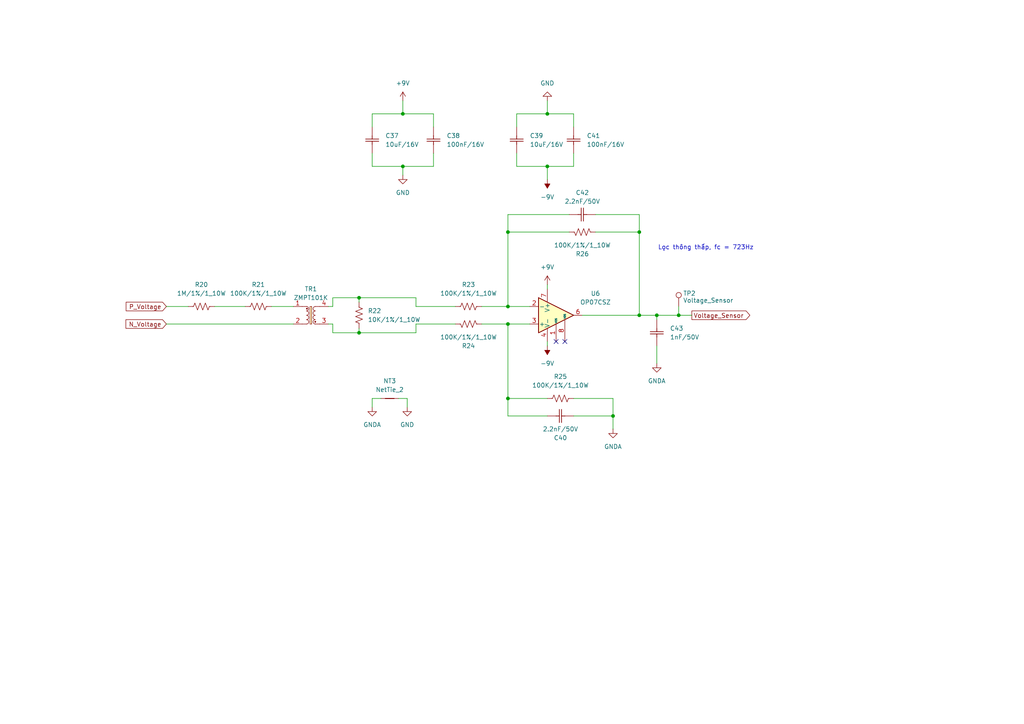
<source format=kicad_sch>
(kicad_sch (version 20250114) (generator "eeschema") (generator_version "9.0")
  (paper "A4")
  (lib_symbols
    (symbol "Connector:TestPoint" (pin_numbers (hide yes)) (pin_names (offset 0.762) (hide yes))
      (property "Reference" "TP" (at 0 6.858 0))
      (property "Value" "TestPoint" (at 0 5.08 0))
      (symbol "TestPoint_0_1"
        (circle (center 0 3.302) (radius 0.762))
      )
      (symbol "TestPoint_1_1"
        (pin passive line (at 0 0 90) (length 2.54) (name "1") (number "1"))
      )
    )
    (symbol "Device:NetTie_2" (pin_numbers (hide yes)) (pin_names (offset 0) (hide yes)) (in_bom no)
      (property "Reference" "NT" (at 0 1.27 0))
      (property "Value" "NetTie_2" (at 0 -1.27 0))
      (symbol "NetTie_2_0_1"
        (polyline (pts (xy -1.27 0) (xy 1.27 0)) (stroke (width 0.254)))
      )
      (symbol "NetTie_2_1_1"
        (pin passive line (at -2.54 0 0) (length 2.54) (name "1") (number "1"))
        (pin passive line (at 2.54 0 180) (length 2.54) (name "2") (number "2"))
      )
    )
    (symbol "Measurement_Power_AC:Ceramic_Cap_SMD_0603_100nF_16V" (pin_numbers (hide yes)) (pin_names (hide yes))
      (property "Reference" "C" (at 1.016 2.794 0))
      (property "Value" "100nF/16V" (at 0.254 5.334 0))
      (symbol "Ceramic_Cap_SMD_0603_100nF_16V_1_1"
        (polyline (pts (xy 1.27 0) (xy 2.2098 0)) (stroke (width 0.2032)))
        (polyline (pts (xy 2.2098 -1.905) (xy 2.2098 1.905)) (stroke (width 0.2032)))
        (polyline (pts (xy 2.8448 0) (xy 3.81 0)) (stroke (width 0.2032)))
        (polyline (pts (xy 2.8448 -1.905) (xy 2.8448 1.905)) (stroke (width 0.2032)))
        (pin unspecified line (at -1.27 0 0) (length 2.54) (name "") (number "1"))
        (pin unspecified line (at 6.35 0 180) (length 2.54) (name "") (number "2"))
      )
    )
    (symbol "Measurement_Power_AC:Ceramic_Cap_SMD_0603_10uF_16V" (pin_numbers (hide yes)) (pin_names (hide yes))
      (property "Reference" "C" (at 2.286 2.794 0))
      (property "Value" "10uF/16V" (at 0.254 5.334 0))
      (symbol "Ceramic_Cap_SMD_0603_10uF_16V_1_1"
        (polyline (pts (xy 2.54 0) (xy 3.4798 0)) (stroke (width 0.2032)))
        (polyline (pts (xy 3.4798 -1.905) (xy 3.4798 1.905)) (stroke (width 0.2032)))
        (polyline (pts (xy 4.1148 0) (xy 5.08 0)) (stroke (width 0.2032)))
        (polyline (pts (xy 4.1148 -1.905) (xy 4.1148 1.905)) (stroke (width 0.2032)))
        (pin unspecified line (at 0 0 0) (length 2.54) (name "") (number "1"))
        (pin unspecified line (at 7.62 0 180) (length 2.54) (name "") (number "2"))
      )
    )
    (symbol "Measurement_Power_AC:Ceramic_Cap_SMD_0603_1nF_50V" (pin_numbers (hide yes)) (pin_names (hide yes))
      (property "Reference" "C" (at 1.016 2.794 0))
      (property "Value" "1nF/50V" (at 0.254 5.334 0))
      (symbol "Ceramic_Cap_SMD_0603_1nF_50V_1_1"
        (polyline (pts (xy 1.27 0) (xy 2.2098 0)) (stroke (width 0.2032)))
        (polyline (pts (xy 2.2098 -1.905) (xy 2.2098 1.905)) (stroke (width 0.2032)))
        (polyline (pts (xy 2.8448 0) (xy 3.81 0)) (stroke (width 0.2032)))
        (polyline (pts (xy 2.8448 -1.905) (xy 2.8448 1.905)) (stroke (width 0.2032)))
        (pin unspecified line (at -1.27 0 0) (length 2.54) (name "") (number "1"))
        (pin unspecified line (at 6.35 0 180) (length 2.54) (name "") (number "2"))
      )
    )
    (symbol "Measurement_Power_AC:Ceramic_Cap_SMD_0603_2.2nF_50V" (pin_numbers (hide yes)) (pin_names (hide yes))
      (property "Reference" "C" (at 1.016 2.794 0))
      (property "Value" "2.2nF/50V" (at 0.254 5.334 0))
      (symbol "Ceramic_Cap_SMD_0603_2.2nF_50V_1_1"
        (polyline (pts (xy 1.27 0) (xy 2.2098 0)) (stroke (width 0.2032)))
        (polyline (pts (xy 2.2098 -1.905) (xy 2.2098 1.905)) (stroke (width 0.2032)))
        (polyline (pts (xy 2.8448 0) (xy 3.81 0)) (stroke (width 0.2032)))
        (polyline (pts (xy 2.8448 -1.905) (xy 2.8448 1.905)) (stroke (width 0.2032)))
        (pin unspecified line (at -1.27 0 0) (length 2.54) (name "") (number "1"))
        (pin unspecified line (at 6.35 0 180) (length 2.54) (name "") (number "2"))
      )
    )
    (symbol "Measurement_Power_AC:OP07CSZ" (pin_names (offset 0.127))
      (property "Reference" "U" (at -1.778 12.954 0))
      (property "Value" "OP07CSZ" (at 9.652 1.27 0))
      (symbol "OP07CSZ_0_1"
        (polyline (pts (xy 0 10.16) (xy 10.16 5.08) (xy 0 0) (xy 0 10.16)) (stroke (width 0.254)) (fill (type background)))
      )
      (symbol "OP07CSZ_1_1"
        (pin input line (at -2.54 7.62 0) (length 2.54) (name "-") (number "2"))
        (pin input line (at -2.54 2.54 0) (length 2.54) (name "+") (number "3"))
        (pin power_in line (at 2.54 12.7 270) (length 3.81) (name "V+") (number "7"))
        (pin power_in line (at 2.54 -2.54 90) (length 3.81) (name "V-") (number "4"))
        (pin no_connect line (at 5.08 7.62 270) (length 2.54) (hide yes) (name "NC") (number "5"))
        (pin input line (at 5.08 -2.54 90) (length 5.08) (name "VOS") (number "1"))
        (pin input line (at 7.62 -2.54 90) (length 6.35) (name "VOS") (number "8"))
        (pin output line (at 12.7 5.08 180) (length 2.54) (name "~") (number "6"))
      )
    )
    (symbol "Measurement_Power_AC:Res_100k_0603_1%" (pin_numbers (hide yes)) (pin_names (hide yes))
      (property "Reference" "R" (at 3.556 2.54 0))
      (property "Value" "100K/1%/1_10W" (at 4.064 -2.54 0))
      (symbol "Res_100k_0603_1%_0_1"
        (polyline (pts (xy 1.524 0) (xy 1.27 0)))
        (polyline (pts (xy 1.524 0) (xy 1.905 1.016) (xy 2.286 0) (xy 2.667 -1.016) (xy 3.048 0)))
        (polyline (pts (xy 3.048 0) (xy 3.429 1.016) (xy 3.81 0) (xy 4.191 -1.016) (xy 4.572 0)))
        (polyline (pts (xy 4.572 0) (xy 4.953 1.016) (xy 5.334 0) (xy 5.715 -1.016) (xy 6.096 0)))
        (polyline (pts (xy 6.096 0) (xy 6.35 0)))
      )
      (symbol "Res_100k_0603_1%_1_1"
        (pin passive line (at 0 0 0) (length 1.27) (name "~") (number "1"))
        (pin passive line (at 7.62 0 180) (length 1.27) (name "~") (number "2"))
      )
    )
    (symbol "Measurement_Power_AC:Res_10K_0603_1%" (pin_numbers (hide yes)) (pin_names (hide yes))
      (property "Reference" "R" (at 2.794 3.81 0))
      (property "Value" "10K/1%/1_10W" (at 4.064 -2.54 0))
      (symbol "Res_10K_0603_1%_0_1"
        (polyline (pts (xy 1.524 0) (xy 1.27 0)))
        (polyline (pts (xy 1.524 0) (xy 1.905 1.016) (xy 2.286 0) (xy 2.667 -1.016) (xy 3.048 0)))
        (polyline (pts (xy 3.048 0) (xy 3.429 1.016) (xy 3.81 0) (xy 4.191 -1.016) (xy 4.572 0)))
        (polyline (pts (xy 4.572 0) (xy 4.953 1.016) (xy 5.334 0) (xy 5.715 -1.016) (xy 6.096 0)))
        (polyline (pts (xy 6.096 0) (xy 6.35 0)))
      )
      (symbol "Res_10K_0603_1%_1_1"
        (pin passive line (at 0 0 0) (length 1.27) (name "~") (number "1"))
        (pin passive line (at 7.62 0 180) (length 1.27) (name "~") (number "2"))
      )
    )
    (symbol "Measurement_Power_AC:Res_1M_0603_1%" (pin_numbers (hide yes)) (pin_names (hide yes))
      (property "Reference" "R" (at 3.556 2.54 0))
      (property "Value" "1M/1%/1_10W" (at 4.064 -2.54 0))
      (symbol "Res_1M_0603_1%_0_1"
        (polyline (pts (xy 1.524 0) (xy 1.27 0)))
        (polyline (pts (xy 1.524 0) (xy 1.905 1.016) (xy 2.286 0) (xy 2.667 -1.016) (xy 3.048 0)))
        (polyline (pts (xy 3.048 0) (xy 3.429 1.016) (xy 3.81 0) (xy 4.191 -1.016) (xy 4.572 0)))
        (polyline (pts (xy 4.572 0) (xy 4.953 1.016) (xy 5.334 0) (xy 5.715 -1.016) (xy 6.096 0)))
        (polyline (pts (xy 6.096 0) (xy 6.35 0)))
      )
      (symbol "Res_1M_0603_1%_1_1"
        (pin passive line (at 0 0 0) (length 1.27) (name "~") (number "1"))
        (pin passive line (at 7.62 0 180) (length 1.27) (name "~") (number "2"))
      )
    )
    (symbol "Measurement_Power_AC:ZMPT101K"
      (property "Reference" "TR" (at 0 4.445 0))
      (property "Value" "ZMPT101K" (at 0 -4.445 0))
      (symbol "ZMPT101K_0_1"
        (polyline (pts (xy -1.27 2.54) (xy -2.54 2.54)))
        (polyline (pts (xy -1.27 -2.54) (xy -2.54 -2.54)))
        (polyline (pts (xy 1.27 2.54) (xy 2.54 2.54)))
        (polyline (pts (xy 1.27 -2.54) (xy 2.54 -2.54)))
      )
      (symbol "ZMPT101K_1_1"
        (arc (start -1.27 2.54) (mid -0.6377 1.905) (end -1.27 1.27))
        (arc (start -1.27 1.27) (mid -0.6377 0.635) (end -1.27 0))
        (arc (start -1.27 0) (mid -0.6377 -0.635) (end -1.27 -1.27))
        (arc (start -1.27 -1.27) (mid -0.6377 -1.905) (end -1.27 -2.54))
        (circle (center -1.143 1.905) (radius 0.127) (stroke (width 0.254)))
        (rectangle (start -0.254 2.54) (end 0.254 -2.54) (fill (type background)))
        (circle (center 1.27 -1.905) (radius 0.127) (stroke (width 0.254)))
        (arc (start 1.27 1.27) (mid 0.6377 1.905) (end 1.27 2.54))
        (arc (start 1.27 0) (mid 0.6377 0.635) (end 1.27 1.27))
        (arc (start 1.27 -1.27) (mid 0.6377 -0.635) (end 1.27 0))
        (arc (start 1.27 -2.54) (mid 0.6377 -1.905) (end 1.27 -1.27))
        (pin passive line (at -5.08 2.54 0) (length 2.54) (name "~") (number "1"))
        (pin passive line (at -5.08 -2.54 0) (length 2.54) (name "~") (number "2"))
        (pin passive line (at 5.08 2.54 180) (length 2.54) (name "~") (number "4"))
        (pin passive line (at 5.08 -2.54 180) (length 2.54) (name "~") (number "3"))
      )
    )
    (symbol "power:+9V" (power) (pin_numbers (hide yes)) (pin_names (offset 0) (hide yes))
      (property "Value" "+9V" (at 0 3.556 0))
      (symbol "+9V_0_1"
        (polyline (pts (xy -0.762 1.27) (xy 0 2.54)))
        (polyline (pts (xy 0 2.54) (xy 0.762 1.27)))
        (polyline (pts (xy 0 0) (xy 0 2.54)))
      )
      (symbol "+9V_1_1"
        (pin power_in line (at 0 0 90) (length 0) (name "~") (number "1"))
      )
    )
    (symbol "power:-9V" (power) (pin_numbers (hide yes)) (pin_names (offset 0) (hide yes))
      (property "Value" "-9V" (at 0 3.556 0))
      (symbol "-9V_0_1"
        (polyline (pts (xy 0 0) (xy 0 2.54)))
        (polyline (pts (xy 0.762 1.27) (xy -0.762 1.27) (xy 0 2.54) (xy 0.762 1.27)) (fill (type outline)))
      )
      (symbol "-9V_1_1"
        (pin power_in line (at 0 0 90) (length 0) (name "~") (number "1"))
      )
    )
    (symbol "power:GND" (power) (pin_numbers (hide yes)) (pin_names (offset 0) (hide yes))
      (property "Value" "GND" (at 0 -3.81 0))
      (symbol "GND_0_1"
        (polyline (pts (xy 0 0) (xy 0 -1.27) (xy 1.27 -1.27) (xy 0 -2.54) (xy -1.27 -1.27) (xy 0 -1.27)))
      )
      (symbol "GND_1_1"
        (pin power_in line (at 0 0 270) (length 0) (name "~") (number "1"))
      )
    )
    (symbol "power:GNDA" (power) (pin_numbers (hide yes)) (pin_names (offset 0) (hide yes))
      (property "Value" "GNDA" (at 0 -3.81 0))
      (symbol "GNDA_0_1"
        (polyline (pts (xy 0 0) (xy 0 -1.27) (xy 1.27 -1.27) (xy 0 -2.54) (xy -1.27 -1.27) (xy 0 -1.27)))
      )
      (symbol "GNDA_1_1"
        (pin power_in line (at 0 0 270) (length 0) (name "~") (number "1"))
      )
    )
  )
  (text "Lọc thông thấp, fc = 723Hz" (at 204.724 71.882 0) (effects (font (size 1.27 1.27))))
  (junction (at 116.84 48.26))
  (junction (at 104.14 86.36))
  (junction (at 185.42 91.44))
  (junction (at 147.32 93.98))
  (junction (at 158.75 48.26))
  (junction (at 147.32 88.9))
  (junction (at 177.8 120.65))
  (junction (at 116.84 33.02))
  (junction (at 185.42 67.31))
  (junction (at 158.75 33.02))
  (junction (at 104.14 96.52))
  (junction (at 196.85 91.44))
  (junction (at 147.32 115.57))
  (junction (at 147.32 67.31))
  (junction (at 190.5 91.44))
  (no_connect (at 161.29 99.06))
  (no_connect (at 163.83 99.06))
  (wire (pts (xy 190.5 100.33) (xy 190.5 105.41)))
  (wire (pts (xy 147.32 67.31) (xy 165.1 67.31)))
  (wire (pts (xy 104.14 96.52) (xy 120.65 96.52)))
  (wire (pts (xy 48.26 93.98) (xy 85.09 93.98)))
  (wire (pts (xy 95.25 88.9) (xy 96.52 88.9)))
  (wire (pts (xy 116.84 33.02) (xy 125.73 33.02)))
  (wire (pts (xy 177.8 115.57) (xy 177.8 120.65)))
  (wire (pts (xy 158.75 48.26) (xy 158.75 52.07)))
  (wire (pts (xy 149.86 33.02) (xy 158.75 33.02)))
  (wire (pts (xy 139.7 93.98) (xy 147.32 93.98)))
  (wire (pts (xy 158.75 99.06) (xy 158.75 100.33)))
  (wire (pts (xy 190.5 91.44) (xy 196.85 91.44)))
  (wire (pts (xy 147.32 67.31) (xy 147.32 88.9)))
  (wire (pts (xy 78.74 88.9) (xy 85.09 88.9)))
  (wire (pts (xy 165.1 62.23) (xy 147.32 62.23)))
  (wire (pts (xy 120.65 86.36) (xy 120.65 88.9)))
  (wire (pts (xy 118.11 115.57) (xy 118.11 118.11)))
  (wire (pts (xy 166.37 33.02) (xy 166.37 36.83)))
  (wire (pts (xy 96.52 96.52) (xy 104.14 96.52)))
  (wire (pts (xy 125.73 33.02) (xy 125.73 36.83)))
  (wire (pts (xy 116.84 48.26) (xy 125.73 48.26)))
  (wire (pts (xy 96.52 93.98) (xy 96.52 96.52)))
  (wire (pts (xy 139.7 88.9) (xy 147.32 88.9)))
  (wire (pts (xy 62.23 88.9) (xy 71.12 88.9)))
  (wire (pts (xy 196.85 91.44) (xy 200.66 91.44)))
  (wire (pts (xy 120.65 88.9) (xy 132.08 88.9)))
  (wire (pts (xy 190.5 92.71) (xy 190.5 91.44)))
  (wire (pts (xy 116.84 48.26) (xy 116.84 50.8)))
  (wire (pts (xy 166.37 115.57) (xy 177.8 115.57)))
  (wire (pts (xy 96.52 86.36) (xy 104.14 86.36)))
  (wire (pts (xy 149.86 48.26) (xy 158.75 48.26)))
  (wire (pts (xy 118.11 115.57) (xy 115.57 115.57)))
  (wire (pts (xy 168.91 91.44) (xy 185.42 91.44)))
  (wire (pts (xy 107.95 33.02) (xy 116.84 33.02)))
  (wire (pts (xy 104.14 95.25) (xy 104.14 96.52)))
  (wire (pts (xy 147.32 93.98) (xy 153.67 93.98)))
  (wire (pts (xy 107.95 44.45) (xy 107.95 48.26)))
  (wire (pts (xy 125.73 48.26) (xy 125.73 44.45)))
  (wire (pts (xy 149.86 44.45) (xy 149.86 48.26)))
  (wire (pts (xy 185.42 62.23) (xy 185.42 67.31)))
  (wire (pts (xy 147.32 120.65) (xy 147.32 115.57)))
  (wire (pts (xy 177.8 120.65) (xy 177.8 124.46)))
  (wire (pts (xy 158.75 33.02) (xy 166.37 33.02)))
  (wire (pts (xy 166.37 48.26) (xy 166.37 44.45)))
  (wire (pts (xy 48.26 88.9) (xy 54.61 88.9)))
  (wire (pts (xy 185.42 91.44) (xy 190.5 91.44)))
  (wire (pts (xy 158.75 48.26) (xy 166.37 48.26)))
  (wire (pts (xy 95.25 93.98) (xy 96.52 93.98)))
  (wire (pts (xy 147.32 93.98) (xy 147.32 115.57)))
  (wire (pts (xy 185.42 67.31) (xy 185.42 91.44)))
  (wire (pts (xy 158.75 82.55) (xy 158.75 83.82)))
  (wire (pts (xy 172.72 62.23) (xy 185.42 62.23)))
  (wire (pts (xy 96.52 88.9) (xy 96.52 86.36)))
  (wire (pts (xy 158.75 29.21) (xy 158.75 33.02)))
  (wire (pts (xy 107.95 48.26) (xy 116.84 48.26)))
  (wire (pts (xy 116.84 29.21) (xy 116.84 33.02)))
  (wire (pts (xy 147.32 62.23) (xy 147.32 67.31)))
  (wire (pts (xy 149.86 36.83) (xy 149.86 33.02)))
  (wire (pts (xy 172.72 67.31) (xy 185.42 67.31)))
  (wire (pts (xy 158.75 120.65) (xy 147.32 120.65)))
  (wire (pts (xy 120.65 93.98) (xy 132.08 93.98)))
  (wire (pts (xy 166.37 120.65) (xy 177.8 120.65)))
  (wire (pts (xy 104.14 86.36) (xy 104.14 87.63)))
  (wire (pts (xy 120.65 93.98) (xy 120.65 96.52)))
  (wire (pts (xy 107.95 115.57) (xy 110.49 115.57)))
  (wire (pts (xy 147.32 115.57) (xy 158.75 115.57)))
  (wire (pts (xy 196.85 88.9) (xy 196.85 91.44)))
  (wire (pts (xy 147.32 88.9) (xy 153.67 88.9)))
  (wire (pts (xy 104.14 86.36) (xy 120.65 86.36)))
  (wire (pts (xy 107.95 36.83) (xy 107.95 33.02)))
  (wire (pts (xy 107.95 118.11) (xy 107.95 115.57)))
  (global_label "P_Voltage" (shape input) (at 48.26 88.9 180) (property "Intersheetrefs" "${INTERSHEET_REFS}" (effects (hide yes))))
  (global_label "Voltage_Sensor" (shape output) (at 200.66 91.44 0) (property "Intersheetrefs" "${INTERSHEET_REFS}" (effects (hide yes))))
  (global_label "N_Voltage" (shape input) (at 48.26 93.98 180) (property "Intersheetrefs" "${INTERSHEET_REFS}" (effects (hide yes))))
  (symbol (lib_id "Measurement_Power_AC:Res_100k_0603_1%") (at 132.08 93.98 0) (mirror x) (unit 1)
    (property "Reference" "R24" (at 135.89 100.33 0))
    (property "Value" "100K/1%/1_10W" (at 135.89 97.79 0))
    (property "Footprint" "Measure_Power_AC:Res_0603" (effects (hide yes)))
    (property "Description" "Res 100KOhm 0603 1%" (effects (hide yes)))
    (property "Supply name" "Thegioiic" (effects (hide yes)))
    (property "Supply part number" "Điện Trở 100 KOhm 0603 1%" (effects (hide yes)))
    (property "Supply URL" "https://www.thegioiic.com/dien-tro-100-kohm-0603-1-" (effects (hide yes)))
  )
  (symbol (lib_id "Measurement_Power_AC:ZMPT101K") (at 90.17 91.44 0) (unit 1)
    (property "Reference" "TR1" (at 90.17 83.82 0))
    (property "Value" "ZMPT101K" (at 90.17 86.36 0))
    (property "Footprint" "Measure_Power_AC:Transformer_Zeming_ZMPT101K" (effects (hide yes)))
    (property "Datasheet" "https://5krorwxhmqqirik.leadongcdn.com/ZMPT101K+specification-aidikBqoKomRilSkopqmikp.pdf" (effects (hide yes)))
    (property "Description" "Qingxian Zeming Langxi Electronic ZMPT101K voltage transformer 1000:1000 2mA:2mA" (effects (hide yes)))
    (property "Supply name" "Shopee" (effects (hide yes)))
  )
  (symbol (lib_id "Measurement_Power_AC:Ceramic_Cap_SMD_0603_10uF_16V") (at 149.86 44.45 90) (unit 1)
    (property "Reference" "C39" (at 153.67 39.3699 90) (effects (justify right)))
    (property "Value" "10uF/16V" (at 153.67 41.9099 90) (effects (justify right)))
    (property "Footprint" "Measure_Power_AC:Ceramic_Cap_0603" (effects (hide yes)))
    (property "Datasheet" "https://www.mouser.vn/datasheet/2/40/KYOCERA_AutoMLCCKAM-3106308.pdf" (effects (hide yes)))
    (property "Description" "10%, 0603 (1608 Metric)" (effects (hide yes)))
    (property "Supply name" "Thegioiic" (effects (hide yes)))
    (property "Supply part number" "Tụ Gốm 0603 10uF 16V" (effects (hide yes)))
    (property "Supply URL" "https://www.thegioiic.com/tu-gom-0603-10uf-16v" (effects (hide yes)))
  )
  (symbol (lib_id "power:+9V") (at 116.84 29.21 0) (unit 1)
    (property "Reference" "#PWR058" (effects (hide yes)))
    (property "Value" "+9V" (at 116.84 24.13 0))
    (property "Description" "Power symbol creates a global label with name \"+9V\"" (effects (hide yes)))
  )
  (symbol (lib_id "Measurement_Power_AC:Res_10K_0603_1%") (at 104.14 95.25 90) (unit 1)
    (property "Reference" "R22" (at 106.68 90.1699 90) (effects (justify right)))
    (property "Value" "10K/1%/1_10W" (at 106.68 92.7099 90) (effects (justify right)))
    (property "Footprint" "Measure_Power_AC:Res_0603" (effects (hide yes)))
    (property "Datasheet" "https://fscdn.rohm.com/en/products/databook/datasheet/passive/resistor/chip_resistor/esr-e.pdf" (effects (hide yes)))
    (property "Description" "Res 10 KOhm 0603 1%" (effects (hide yes)))
    (property "Supply name" "Thegioiic" (effects (hide yes)))
    (property "Supply part number" "Điện Trở 10 KOhm 0603 1%" (effects (hide yes)))
    (property "Supply URL" "https://www.thegioiic.com/dien-tro-10-kohm-0603-1-" (effects (hide yes)))
  )
  (symbol (lib_id "power:GNDA") (at 190.5 105.41 0) (unit 1)
    (property "Reference" "#PWR066" (effects (hide yes)))
    (property "Value" "GNDA" (at 190.5 110.49 0))
    (property "Description" "Power symbol creates a global label with name \"GNDA\" , analog ground" (effects (hide yes)))
  )
  (symbol (lib_id "power:+9V") (at 158.75 82.55 0) (unit 1)
    (property "Reference" "#PWR063" (effects (hide yes)))
    (property "Value" "+9V" (at 158.75 77.47 0))
    (property "Description" "Power symbol creates a global label with name \"+9V\"" (effects (hide yes)))
  )
  (symbol (lib_id "Measurement_Power_AC:Ceramic_Cap_SMD_0603_10uF_16V") (at 107.95 44.45 90) (unit 1)
    (property "Reference" "C37" (at 111.76 39.3699 90) (effects (justify right)))
    (property "Value" "10uF/16V" (at 111.76 41.9099 90) (effects (justify right)))
    (property "Footprint" "Measure_Power_AC:Ceramic_Cap_0603" (effects (hide yes)))
    (property "Datasheet" "https://www.mouser.vn/datasheet/2/40/KYOCERA_AutoMLCCKAM-3106308.pdf" (effects (hide yes)))
    (property "Description" "10%, 0603 (1608 Metric)" (effects (hide yes)))
    (property "Supply name" "Thegioiic" (effects (hide yes)))
    (property "Supply part number" "Tụ Gốm 0603 10uF 16V" (effects (hide yes)))
    (property "Supply URL" "https://www.thegioiic.com/tu-gom-0603-10uf-16v" (effects (hide yes)))
  )
  (symbol (lib_id "Measurement_Power_AC:Res_1M_0603_1%") (at 54.61 88.9 0) (unit 1)
    (property "Reference" "R20" (at 58.42 82.55 0))
    (property "Value" "1M/1%/1_10W" (at 58.42 85.09 0))
    (property "Footprint" "Measure_Power_AC:Res_0603" (effects (hide yes)))
    (property "Description" "Res 1MOhm 0603 1%" (effects (hide yes)))
    (property "Supply name" "Thegioiic" (effects (hide yes)))
    (property "Supply part number" "Điện Trở 1 MOhm 0603 1%" (effects (hide yes)))
    (property "Supply URL" "https://www.thegioiic.com/dien-tro-1-mohm-0603-1-" (effects (hide yes)))
  )
  (symbol (lib_id "Measurement_Power_AC:Ceramic_Cap_SMD_0603_2.2nF_50V") (at 166.37 62.23 0) (unit 1)
    (property "Reference" "C42" (at 168.91 55.88 0))
    (property "Value" "2.2nF/50V" (at 168.91 58.42 0))
    (property "Footprint" "Measure_Power_AC:Ceramic_Cap_0603" (effects (hide yes)))
    (property "Datasheet" "https://www.mouser.vn/datasheet/2/40/KYOCERA_AutoMLCCKAM-3106308.pdf" (effects (hide yes)))
    (property "Description" "10%, 0603 (1608 Metric)" (effects (hide yes)))
    (property "Supply name" "Thegioiic" (effects (hide yes)))
    (property "Supply part number" "Tụ Gốm 0603 2.2nF 50V" (effects (hide yes)))
    (property "Supply URL" "https://www.thegioiic.com/tu-gom-0603-2-2nf-50v" (effects (hide yes)))
  )
  (symbol (lib_id "power:GNDA") (at 107.95 118.11 0) (unit 1)
    (property "Reference" "#PWR057" (effects (hide yes)))
    (property "Value" "GNDA" (at 107.95 123.19 0))
    (property "Description" "Power symbol creates a global label with name \"GNDA\" , analog ground" (effects (hide yes)))
  )
  (symbol (lib_id "Device:NetTie_2") (at 113.03 115.57 0) (unit 1) (in_bom no)
    (property "Reference" "NT3" (at 113.03 110.49 0))
    (property "Value" "NetTie_2" (at 113.03 113.03 0))
    (property "Footprint" "NetTie:NetTie-2_SMD_Pad0.5mm" (effects (hide yes)))
    (property "Description" "Net tie, 2 pins" (effects (hide yes)))
  )
  (symbol (lib_id "Measurement_Power_AC:Res_100k_0603_1%") (at 165.1 67.31 0) (mirror x) (unit 1)
    (property "Reference" "R26" (at 168.91 73.66 0))
    (property "Value" "100K/1%/1_10W" (at 168.91 71.12 0))
    (property "Footprint" "Measure_Power_AC:Res_0603" (effects (hide yes)))
    (property "Description" "Res 100KOhm 0603 1%" (effects (hide yes)))
    (property "Supply name" "Thegioiic" (effects (hide yes)))
    (property "Supply part number" "Điện Trở 100 KOhm 0603 1%" (effects (hide yes)))
    (property "Supply URL" "https://www.thegioiic.com/dien-tro-100-kohm-0603-1-" (effects (hide yes)))
  )
  (symbol (lib_id "Measurement_Power_AC:Ceramic_Cap_SMD_0603_2.2nF_50V") (at 160.02 120.65 0) (mirror x) (unit 1)
    (property "Reference" "C40" (at 162.56 127 0))
    (property "Value" "2.2nF/50V" (at 162.56 124.46 0))
    (property "Footprint" "Measure_Power_AC:Ceramic_Cap_0603" (effects (hide yes)))
    (property "Datasheet" "https://www.mouser.vn/datasheet/2/40/KYOCERA_AutoMLCCKAM-3106308.pdf" (effects (hide yes)))
    (property "Description" "10%, 0603 (1608 Metric)" (effects (hide yes)))
    (property "Supply name" "Thegioiic" (effects (hide yes)))
    (property "Supply part number" "Tụ Gốm 0603 2.2nF 50V" (effects (hide yes)))
    (property "Supply URL" "https://www.thegioiic.com/tu-gom-0603-2-2nf-50v" (effects (hide yes)))
  )
  (symbol (lib_id "power:GND") (at 118.11 118.11 0) (unit 1)
    (property "Reference" "#PWR060" (effects (hide yes)))
    (property "Value" "GND" (at 118.11 123.19 0))
    (property "Description" "Power symbol creates a global label with name \"GND\" , ground" (effects (hide yes)))
  )
  (symbol (lib_id "power:-9V") (at 158.75 52.07 180) (unit 1)
    (property "Reference" "#PWR062" (effects (hide yes)))
    (property "Value" "-9V" (at 158.75 57.15 0))
    (property "Description" "Power symbol creates a global label with name \"-9V\"" (effects (hide yes)))
  )
  (symbol (lib_id "Measurement_Power_AC:Res_100k_0603_1%") (at 158.75 115.57 0) (unit 1)
    (property "Reference" "R25" (at 162.56 109.22 0))
    (property "Value" "100K/1%/1_10W" (at 162.56 111.76 0))
    (property "Footprint" "Measure_Power_AC:Res_0603" (effects (hide yes)))
    (property "Description" "Res 100KOhm 0603 1%" (effects (hide yes)))
    (property "Supply name" "Thegioiic" (effects (hide yes)))
    (property "Supply part number" "Điện Trở 100 KOhm 0603 1%" (effects (hide yes)))
    (property "Supply URL" "https://www.thegioiic.com/dien-tro-100-kohm-0603-1-" (effects (hide yes)))
  )
  (symbol (lib_id "Measurement_Power_AC:Ceramic_Cap_SMD_0603_100nF_16V") (at 125.73 43.18 90) (unit 1)
    (property "Reference" "C38" (at 129.54 39.3699 90) (effects (justify right)))
    (property "Value" "100nF/16V" (at 129.54 41.9099 90) (effects (justify right)))
    (property "Footprint" "Measure_Power_AC:Ceramic_Cap_0603" (effects (hide yes)))
    (property "Datasheet" "https://www.mouser.vn/datasheet/2/40/KYOCERA_AutoMLCCKAM-3106308.pdf" (effects (hide yes)))
    (property "Description" "10%, 0603 (1608 Metric)" (effects (hide yes)))
    (property "Supply name" "Thegioiic" (effects (hide yes)))
    (property "Supply part number" "Tụ Gốm 0603 100nF (0.1uF) 16V" (effects (hide yes)))
    (property "Supply URL" "https://www.thegioiic.com/tu-gom-0603-100nf-0-1uf-16v" (effects (hide yes)))
  )
  (symbol (lib_id "power:-9V") (at 158.75 100.33 180) (unit 1)
    (property "Reference" "#PWR064" (effects (hide yes)))
    (property "Value" "-9V" (at 158.75 105.41 0))
    (property "Description" "Power symbol creates a global label with name \"-9V\"" (effects (hide yes)))
  )
  (symbol (lib_id "power:GNDA") (at 177.8 124.46 0) (unit 1)
    (property "Reference" "#PWR065" (effects (hide yes)))
    (property "Value" "GNDA" (at 177.8 129.54 0))
    (property "Description" "Power symbol creates a global label with name \"GNDA\" , analog ground" (effects (hide yes)))
  )
  (symbol (lib_id "Measurement_Power_AC:OP07CSZ") (at 156.21 96.52 0) (unit 1)
    (property "Reference" "U6" (at 172.72 85.1214 0))
    (property "Value" "OP07CSZ" (at 172.72 87.6614 0))
    (property "Footprint" "Measure_Power_AC:SOIC-8" (effects (hide yes)))
    (property "Datasheet" "https://www.analog.com/media/en/technical-documentation/data-sheets/OP07.pdf" (effects (hide yes)))
    (property "Description" "OP07CSZ IC OPAMP General Purpose Amplifier 1 Circuit 600Khz, 8-SOIC" (effects (hide yes)))
    (property "Supply part number" "OP07CSZ IC OPAMP General Purpose Amplifier" (effects (hide yes)))
    (property "Supply URL" "http://www.tme.vn/Product.aspx?id=1999#page=pro_info" (effects (hide yes)))
    (property "Supply name" "tme" (effects (hide yes)))
  )
  (symbol (lib_id "Measurement_Power_AC:Res_100k_0603_1%") (at 71.12 88.9 0) (unit 1)
    (property "Reference" "R21" (at 74.93 82.55 0))
    (property "Value" "100K/1%/1_10W" (at 74.93 85.09 0))
    (property "Footprint" "Measure_Power_AC:Res_0603" (effects (hide yes)))
    (property "Description" "Res 100KOhm 0603 1%" (effects (hide yes)))
    (property "Supply name" "Thegioiic" (effects (hide yes)))
    (property "Supply part number" "Điện Trở 100 KOhm 0603 1%" (effects (hide yes)))
    (property "Supply URL" "https://www.thegioiic.com/dien-tro-100-kohm-0603-1-" (effects (hide yes)))
  )
  (symbol (lib_id "Measurement_Power_AC:Ceramic_Cap_SMD_0603_100nF_16V") (at 166.37 43.18 90) (unit 1)
    (property "Reference" "C41" (at 170.18 39.3699 90) (effects (justify right)))
    (property "Value" "100nF/16V" (at 170.18 41.9099 90) (effects (justify right)))
    (property "Footprint" "Measure_Power_AC:Ceramic_Cap_0603" (effects (hide yes)))
    (property "Datasheet" "https://www.mouser.vn/datasheet/2/40/KYOCERA_AutoMLCCKAM-3106308.pdf" (effects (hide yes)))
    (property "Description" "10%, 0603 (1608 Metric)" (effects (hide yes)))
    (property "Supply name" "Thegioiic" (effects (hide yes)))
    (property "Supply part number" "Tụ Gốm 0603 100nF (0.1uF) 16V" (effects (hide yes)))
    (property "Supply URL" "https://www.thegioiic.com/tu-gom-0603-100nf-0-1uf-16v" (effects (hide yes)))
  )
  (symbol (lib_id "Connector:TestPoint") (at 196.85 88.9 0) (unit 1)
    (property "Reference" "TP2" (at 198.12 85.09 0) (effects (justify left)))
    (property "Value" "Voltage_Sensor" (at 198.12 87.122 0) (effects (justify left)))
    (property "Footprint" "TestPoint:TestPoint_Bridge_Pitch2.0mm_Drill0.7mm" (effects (hide yes)))
    (property "Description" "test point" (effects (hide yes)))
  )
  (symbol (lib_id "power:GND") (at 116.84 50.8 0) (unit 1)
    (property "Reference" "#PWR059" (effects (hide yes)))
    (property "Value" "GND" (at 116.84 55.88 0))
    (property "Description" "Power symbol creates a global label with name \"GND\" , ground" (effects (hide yes)))
  )
  (symbol (lib_id "power:GND") (at 158.75 29.21 180) (unit 1)
    (property "Reference" "#PWR061" (effects (hide yes)))
    (property "Value" "GND" (at 158.75 24.13 0))
    (property "Description" "Power symbol creates a global label with name \"GND\" , ground" (effects (hide yes)))
  )
  (symbol (lib_id "Measurement_Power_AC:Ceramic_Cap_SMD_0603_1nF_50V") (at 190.5 99.06 90) (unit 1)
    (property "Reference" "C43" (at 194.31 95.2499 90) (effects (justify right)))
    (property "Value" "1nF/50V" (at 194.31 97.7899 90) (effects (justify right)))
    (property "Footprint" "Measure_Power_AC:Ceramic_Cap_0603" (effects (hide yes)))
    (property "Datasheet" "https://www.mouser.vn/datasheet/2/40/KYOCERA_AutoMLCCKAM-3106308.pdf" (effects (hide yes)))
    (property "Description" "10%, 0603 (1608 Metric)" (effects (hide yes)))
    (property "Supply name" "Thegioiic" (effects (hide yes)))
    (property "Supply part number" "Tụ Gốm 0603 1nF 50V" (effects (hide yes)))
    (property "Supply URL" "https://www.thegioiic.com/tu-gom-0603-1nf-50v" (effects (hide yes)))
  )
  (symbol (lib_id "Measurement_Power_AC:Res_100k_0603_1%") (at 132.08 88.9 0) (unit 1)
    (property "Reference" "R23" (at 135.89 82.55 0))
    (property "Value" "100K/1%/1_10W" (at 135.89 85.09 0))
    (property "Footprint" "Measure_Power_AC:Res_0603" (effects (hide yes)))
    (property "Description" "Res 100KOhm 0603 1%" (effects (hide yes)))
    (property "Supply name" "Thegioiic" (effects (hide yes)))
    (property "Supply part number" "Điện Trở 100 KOhm 0603 1%" (effects (hide yes)))
    (property "Supply URL" "https://www.thegioiic.com/dien-tro-100-kohm-0603-1-" (effects (hide yes)))
  )
)
</source>
